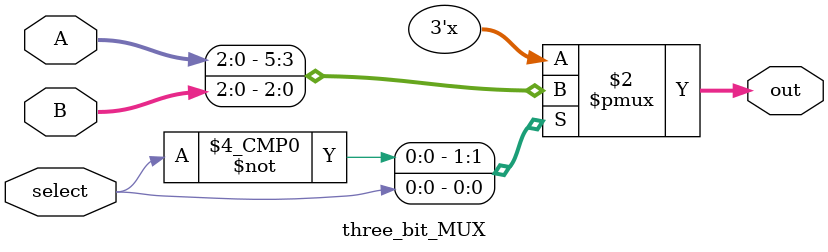
<source format=sv>
module four_one_MUX(
				input logic [15:0] A, B, C, D,
				input logic [1:0]select,
				
				output logic [15:0] out
				
				);
				
	always_comb
	begin
		
		case(select)
			
			2'b00: out <= A;
			
			2'b01: out <= B;
			
			2'b10: out <= C;
			
			2'b11: out <= D;
		
		endcase
			
	end
	
endmodule

module two_one_MUX(
			input logic [15:0] A,B,
			input logic select,
			output logic [15:0] out
			);
			
	always_comb
	begin
		
		case(select)
			1'b0: out <= A;
			1'b1: out <= B;
		endcase
	end
	
endmodule


module three_bit_MUX(
			input logic [2:0] A, B,
			input logic select,
			output logic [2:0] out
			);
	always_comb
	begin
		
		case(select)
			1'b0: out <= A;
			1'b1: out <= B;
		endcase
	end
endmodule
</source>
